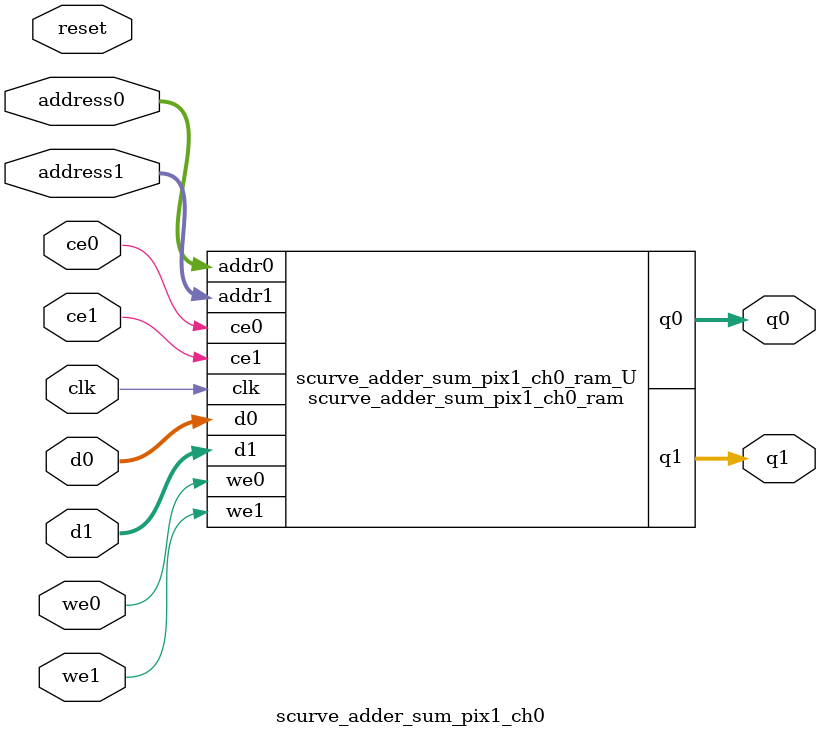
<source format=v>

`timescale 1 ns / 1 ps
module scurve_adder_sum_pix1_ch0_ram (addr0, ce0, d0, we0, q0, addr1, ce1, d1, we1, q1,  clk);

parameter DWIDTH = 32;
parameter AWIDTH = 8;
parameter MEM_SIZE = 192;

input[AWIDTH-1:0] addr0;
input ce0;
input[DWIDTH-1:0] d0;
input we0;
output reg[DWIDTH-1:0] q0;
input[AWIDTH-1:0] addr1;
input ce1;
input[DWIDTH-1:0] d1;
input we1;
output reg[DWIDTH-1:0] q1;
input clk;

(* ram_style = "block" *)reg [DWIDTH-1:0] ram[MEM_SIZE-1:0];




always @(posedge clk)  
begin 
    if (ce0) 
    begin
        if (we0) 
        begin 
            ram[addr0] <= d0; 
            q0 <= d0;
        end 
        else 
            q0 <= ram[addr0];
    end
end


always @(posedge clk)  
begin 
    if (ce1) 
    begin
        if (we1) 
        begin 
            ram[addr1] <= d1; 
            q1 <= d1;
        end 
        else 
            q1 <= ram[addr1];
    end
end


endmodule


`timescale 1 ns / 1 ps
module scurve_adder_sum_pix1_ch0(
    reset,
    clk,
    address0,
    ce0,
    we0,
    d0,
    q0,
    address1,
    ce1,
    we1,
    d1,
    q1);

parameter DataWidth = 32'd32;
parameter AddressRange = 32'd192;
parameter AddressWidth = 32'd8;
input reset;
input clk;
input[AddressWidth - 1:0] address0;
input ce0;
input we0;
input[DataWidth - 1:0] d0;
output[DataWidth - 1:0] q0;
input[AddressWidth - 1:0] address1;
input ce1;
input we1;
input[DataWidth - 1:0] d1;
output[DataWidth - 1:0] q1;



scurve_adder_sum_pix1_ch0_ram scurve_adder_sum_pix1_ch0_ram_U(
    .clk( clk ),
    .addr0( address0 ),
    .ce0( ce0 ),
    .d0( d0 ),
    .we0( we0 ),
    .q0( q0 ),
    .addr1( address1 ),
    .ce1( ce1 ),
    .d1( d1 ),
    .we1( we1 ),
    .q1( q1 ));

endmodule


</source>
